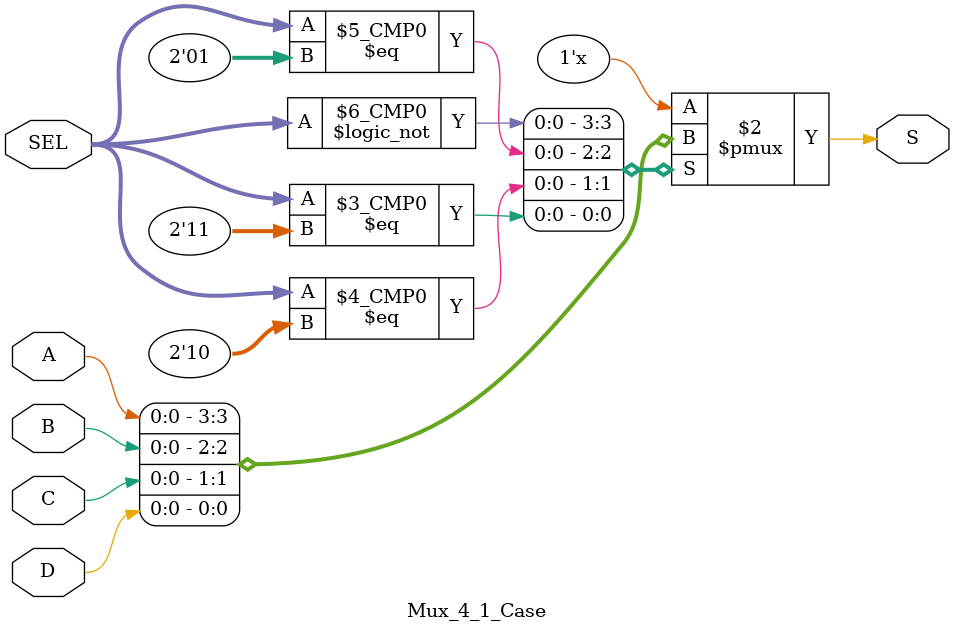
<source format=v>
module Mux_4_1_Case(SEL, A, B, C, D, S);
input				[1:0]		SEL;
input							A, B, C, D;
output	reg				S;

always @(SEL, A, B, C, D)
	case (SEL)
		2'b00		: S = A;
		2'b01		: S = B;
		2'b10		: S = C;
		2'b11		: S = D;
		default	: S = A;
	endcase

endmodule 
</source>
